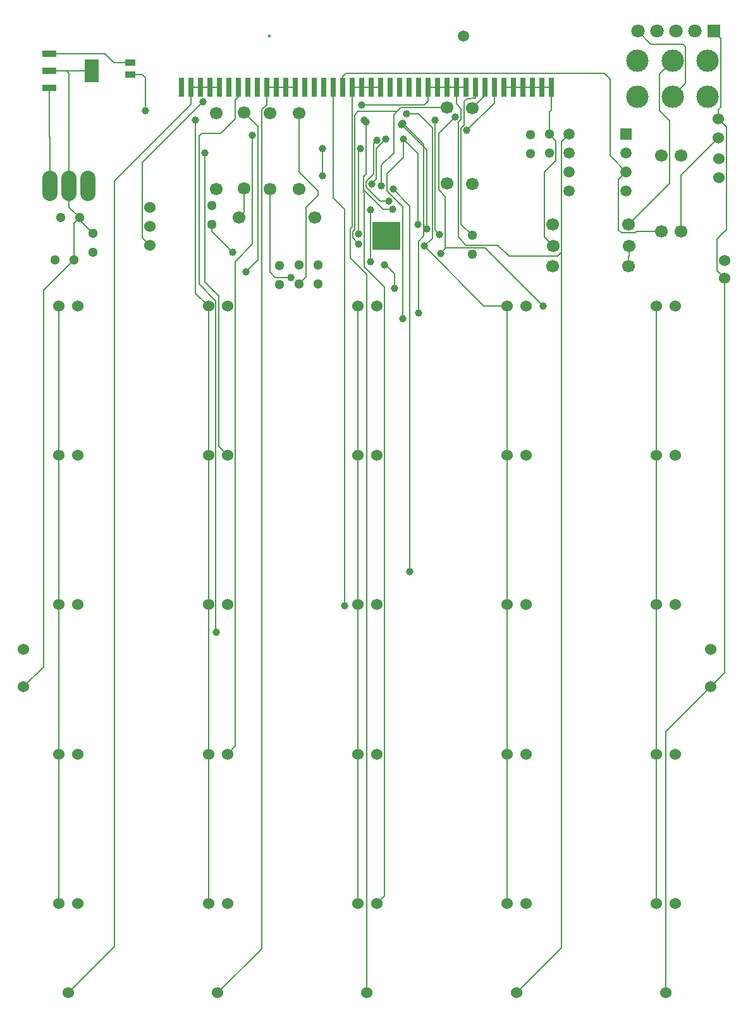
<source format=gtl>
G04 Layer_Physical_Order=1*
G04 Layer_Color=25308*
%FSLAX25Y25*%
%MOIN*%
G70*
G01*
G75*
%ADD10R,0.03150X0.09843*%
%ADD11R,0.07677X0.03543*%
%ADD12R,0.07677X0.12402*%
%ADD13R,0.05315X0.03347*%
%ADD14C,0.00787*%
%ADD15R,0.14961X0.14961*%
%ADD16C,0.06000*%
%ADD17C,0.05118*%
%ADD18C,0.06693*%
%ADD19C,0.11811*%
%ADD20O,0.08000X0.16000*%
%ADD21C,0.05906*%
%ADD22R,0.05906X0.05906*%
%ADD23C,0.01500*%
%ADD24R,0.07087X0.07087*%
%ADD25C,0.07087*%
%ADD26C,0.03937*%
%ADD27C,0.01181*%
D10*
X617992Y651929D02*
D03*
X622992D02*
D03*
X627992D02*
D03*
X637992D02*
D03*
X632992D02*
D03*
X607992D02*
D03*
X612992D02*
D03*
X602992D02*
D03*
X597992D02*
D03*
X592992D02*
D03*
X667992D02*
D03*
X672992D02*
D03*
X677992D02*
D03*
X687992D02*
D03*
X682992D02*
D03*
X657992D02*
D03*
X662992D02*
D03*
X652992D02*
D03*
X647992D02*
D03*
X642992D02*
D03*
X717992D02*
D03*
X722992D02*
D03*
X727992D02*
D03*
X737992D02*
D03*
X732992D02*
D03*
X707992D02*
D03*
X712992D02*
D03*
X702992D02*
D03*
X697992D02*
D03*
X692992D02*
D03*
X742992D02*
D03*
X747992D02*
D03*
X752992D02*
D03*
X762992D02*
D03*
X757992D02*
D03*
X782992D02*
D03*
X787992D02*
D03*
X777992D02*
D03*
X772992D02*
D03*
X767992D02*
D03*
D11*
X523524Y669685D02*
D03*
Y660630D02*
D03*
Y651575D02*
D03*
D12*
X545768Y660630D02*
D03*
D13*
X566142Y665059D02*
D03*
Y658563D02*
D03*
D14*
X574000Y639531D02*
Y657063D01*
X572500Y658563D02*
X574000Y657063D01*
X566142Y658563D02*
X572500D01*
X705433Y545866D02*
Y553662D01*
X700748Y558347D02*
X705433Y553662D01*
X655118Y548268D02*
X658700Y551849D01*
Y588500D01*
X665000Y594800D01*
Y597300D01*
X655148Y607152D02*
X665000Y597300D01*
X655148Y607152D02*
Y638367D01*
X747992Y646100D02*
Y651929D01*
X743750Y646000D02*
X747992Y646100D01*
X742200Y644450D02*
X743750Y646000D01*
X742200Y632000D02*
Y644450D01*
X740547Y630347D02*
X742200Y632000D01*
X740547Y579689D02*
Y630347D01*
Y579689D02*
X746457Y573780D01*
X532500Y660630D02*
X545768D01*
X523524D02*
X532500D01*
X848425Y312205D02*
X872047Y335827D01*
X848425Y174410D02*
Y312205D01*
X875500Y555209D02*
X879528Y551181D01*
X875500Y555209D02*
Y571900D01*
X880400Y576800D01*
Y630781D01*
X875984Y635197D02*
X880400Y630781D01*
X626008Y585772D02*
Y598643D01*
X623307Y583071D02*
X626008Y585772D01*
X539370Y581890D02*
Y583071D01*
Y581890D02*
X546457Y574803D01*
X533858Y588583D02*
Y599882D01*
Y588583D02*
X539370Y583071D01*
X609055Y576045D02*
X620200Y564900D01*
X609055Y576045D02*
Y579528D01*
X536614Y580315D02*
X539370Y583071D01*
X536614Y561024D02*
Y580315D01*
X532500Y660630D02*
X533858Y659271D01*
Y599882D02*
Y659271D01*
X520400Y544809D02*
X536614Y561024D01*
X520400Y346385D02*
Y544809D01*
X509842Y335827D02*
X520400Y346385D01*
X875984Y635197D02*
Y640000D01*
X877400Y641416D01*
Y677718D01*
X873622Y681496D02*
X877400Y677718D01*
X872047Y335827D02*
X879528Y343307D01*
Y551181D01*
X784300Y572988D02*
X788974Y568314D01*
X784300Y572988D02*
Y607100D01*
X790600Y613400D01*
Y623573D01*
X787008Y627165D02*
X790600Y623573D01*
X787992Y639984D02*
Y651929D01*
X787008Y639000D02*
X787992Y639984D01*
X787008Y627165D02*
Y639000D01*
X782992Y651929D02*
X787992D01*
X762992D02*
X767992D01*
X772992D01*
X777992D02*
X782992D01*
X772992D02*
X777992D01*
X793600Y565000D02*
Y623206D01*
Y198325D02*
Y565000D01*
X769685Y174410D02*
X793600Y198325D01*
X722992Y644442D02*
Y651929D01*
X721250Y642700D02*
X722992Y644442D01*
X688100Y642700D02*
X721250D01*
X572500Y612300D02*
X604600Y644400D01*
X572500Y572577D02*
Y612300D01*
Y572577D02*
X576491Y568585D01*
X793600Y623206D02*
X797598Y627205D01*
X791400Y562800D02*
X793600Y565000D01*
X765700Y562800D02*
X791400D01*
X759799Y568701D02*
X765700Y562800D01*
X743252Y568701D02*
X759799D01*
X739169Y572784D02*
X743252Y568701D01*
X739169Y572784D02*
Y633431D01*
X740523Y634784D01*
Y640583D01*
X737992Y643113D02*
X740523Y640583D01*
X737992Y643113D02*
Y651929D01*
X742992D01*
X732992D02*
X737992D01*
X727992D02*
X732992D01*
X722992D02*
X727992D01*
X523524Y625835D02*
Y651575D01*
Y625835D02*
X523858Y625500D01*
Y599882D02*
Y625500D01*
X851969Y646850D02*
X858900Y653782D01*
Y673300D01*
X857500Y674700D02*
X858900Y673300D01*
X840418Y674700D02*
X857500D01*
X833622Y681496D02*
X840418Y674700D01*
X828661Y579528D02*
X850400Y601266D01*
Y634300D01*
X845000Y639700D02*
X850400Y634300D01*
X845000Y639700D02*
Y658779D01*
X851969Y665748D01*
X533464Y174410D02*
X557900Y198845D01*
Y602700D01*
X597992Y642792D01*
Y651929D01*
X607992D02*
X612992D01*
X602992D02*
X607992D01*
X597992D02*
X602992D01*
X637992Y642700D02*
Y651929D01*
X635400Y640108D02*
X637992Y642700D01*
X635400Y197605D02*
Y640108D01*
X612205Y174410D02*
X635400Y197605D01*
X647992Y651929D02*
X652992D01*
X642992D02*
X647992D01*
X637992D02*
X642992D01*
X690945Y174410D02*
Y179855D01*
X690900Y179900D02*
X690945Y179855D01*
X690900Y179900D02*
Y553100D01*
X681969Y562031D02*
X690900Y553100D01*
X681969Y562031D02*
Y577290D01*
X682992Y578313D01*
Y651929D01*
X692992D02*
X697992D01*
X687992D02*
X692992D01*
X682992D02*
X687992D01*
X709700Y529900D02*
Y589056D01*
X701453Y597303D02*
X709700Y589056D01*
X701453Y597303D02*
Y606253D01*
X710100Y614900D01*
Y624626D01*
X717800Y579500D02*
Y616926D01*
X710100Y624626D02*
X717800Y616926D01*
X528543Y457874D02*
Y536614D01*
Y221654D02*
Y457874D01*
X726700Y576600D02*
X729200Y574100D01*
X726700Y576600D02*
Y634600D01*
X600600Y543298D02*
Y634500D01*
Y543298D02*
X607283Y536614D01*
Y457874D02*
Y536614D01*
Y379134D02*
Y457874D01*
Y221654D02*
Y300394D01*
Y379134D01*
X720800Y620550D02*
X722300Y619050D01*
X709000Y632350D02*
X720800Y620550D01*
X709625Y632975D02*
X720800Y621800D01*
Y620550D02*
Y621800D01*
Y573500D02*
Y620550D01*
X722300Y577100D02*
Y619050D01*
X718000Y570700D02*
X720800Y573500D01*
X718000Y533000D02*
Y570700D01*
X686024Y497200D02*
Y536614D01*
X686023Y497200D02*
X686024Y497200D01*
X686023Y457874D02*
Y497200D01*
X686024Y221654D02*
Y300394D01*
X686023Y379134D02*
Y457874D01*
Y339700D02*
Y379134D01*
Y339700D02*
X686024Y339700D01*
Y300394D02*
Y339700D01*
X721000Y568100D02*
X725300Y572400D01*
Y630700D01*
X718000Y638000D02*
X725300Y630700D01*
X711800Y638000D02*
X718000D01*
X752486Y536614D02*
X764764D01*
X721000Y568100D02*
X752486Y536614D01*
X764764Y497200D02*
Y536614D01*
X764764Y497200D02*
X764764Y497200D01*
X764764Y457874D02*
Y497200D01*
Y221654D02*
Y300394D01*
Y379134D02*
Y457874D01*
Y300394D02*
Y379134D01*
X732200Y567323D02*
Y594400D01*
Y566800D02*
Y567323D01*
X728827Y627527D02*
X737500Y636200D01*
X728827Y597773D02*
Y627527D01*
Y597773D02*
X732200Y594400D01*
X729700Y564300D02*
X732200Y566800D01*
Y567323D02*
X753177D01*
X783886Y536614D01*
X843504Y261000D02*
Y300394D01*
X843504Y261000D02*
X843504Y261000D01*
X843504Y221654D02*
Y261000D01*
X843504Y300394D02*
Y379134D01*
Y457874D01*
X843504Y497200D02*
Y536614D01*
Y497200D02*
X843504Y497200D01*
Y457874D02*
Y497200D01*
X557541Y665059D02*
X566142D01*
X552915Y669685D02*
X557541Y665059D01*
X523524Y669685D02*
X552915D01*
X856299Y576063D02*
Y605512D01*
X875984Y625197D01*
X828974Y563012D02*
Y568314D01*
X828661Y562700D02*
X828974Y563012D01*
X828661Y557480D02*
Y562700D01*
X692700Y560000D02*
Y587400D01*
X639794Y554406D02*
Y598367D01*
Y554406D02*
X642550Y551650D01*
X650626D01*
X627200Y554600D02*
X633400Y560800D01*
Y631251D01*
X626008Y638643D02*
X633400Y631251D01*
X819000Y615803D02*
X827598Y607205D01*
X819000Y615803D02*
Y656400D01*
X816266Y659134D02*
X819000Y656400D01*
X679627Y659134D02*
X816266D01*
X677992Y657500D02*
X679627Y659134D01*
X677992Y651929D02*
Y657500D01*
X823600Y603206D02*
X827598Y607205D01*
X823600Y576500D02*
Y603206D01*
Y576500D02*
X825000Y575100D01*
X832000D01*
X832963Y576063D01*
X846063D01*
X667300Y605100D02*
Y619600D01*
X605500Y549139D02*
Y617200D01*
Y549139D02*
X612646Y541993D01*
Y462512D02*
Y541993D01*
Y462512D02*
X617283Y457874D01*
X693400Y601000D02*
X695900Y603500D01*
Y619626D01*
X700900Y624626D01*
X704700Y598250D02*
X713597Y589353D01*
Y396708D02*
Y589353D01*
X617283Y300394D02*
X621300Y304410D01*
Y560040D01*
X630400Y569140D01*
Y626500D01*
X697800Y592000D02*
X702300D01*
X690447Y599353D02*
X697800Y592000D01*
X690447Y599353D02*
Y602247D01*
X694500Y606300D01*
Y622500D01*
X696000Y624000D01*
X689069Y604669D02*
X690600Y606200D01*
X689000Y604600D02*
X689069Y604669D01*
Y604800D01*
Y598031D02*
Y604669D01*
Y596669D02*
Y598031D01*
X699400Y587700D01*
X689000Y598100D02*
X689069Y598031D01*
X699400Y587700D02*
X704600D01*
X689000Y598100D02*
Y604600D01*
X690600Y606200D02*
Y633626D01*
X696024Y221654D02*
X700100Y225730D01*
Y546630D01*
X689600Y557130D02*
X700100Y546630D01*
X689600Y557130D02*
Y596138D01*
X689069Y596669D02*
X689600Y596138D01*
X689069Y604800D02*
X690503Y606234D01*
Y633597D01*
X689600Y634500D02*
X690503Y633597D01*
X686300Y574450D02*
Y618450D01*
X687550Y619700D01*
X752992Y647464D02*
Y651929D01*
X746539Y641010D02*
X752992Y647464D01*
X706781Y639100D02*
X708800Y641119D01*
X705000Y637319D02*
X706781Y639100D01*
X698500Y599900D02*
Y610800D01*
X705000Y617300D01*
Y637319D01*
X683347Y572453D02*
X686600Y569200D01*
X683347Y572453D02*
Y575847D01*
X684400Y576900D01*
Y637300D01*
X686200Y639100D01*
X706781D01*
X708800Y641119D02*
X733158D01*
X757992Y643592D02*
Y651929D01*
X743500Y629100D02*
X757992Y643592D01*
X622992Y646992D02*
Y651929D01*
X621400Y645400D02*
X622992Y646992D01*
X621400Y635200D02*
Y645400D01*
X613650Y627450D02*
X621400Y635200D01*
X603750Y627450D02*
X613650D01*
X602500Y626200D02*
X603750Y627450D01*
X602500Y548099D02*
Y626200D01*
Y548099D02*
X611268Y539331D01*
Y364532D02*
Y539331D01*
Y364532D02*
X611300Y364500D01*
X672992Y593608D02*
Y651929D01*
Y593608D02*
X679000Y587600D01*
Y378500D02*
Y587600D01*
D15*
X701181Y573622D02*
D03*
D16*
X509842Y335827D02*
D03*
X848425Y174410D02*
D03*
X872047Y335827D02*
D03*
X879528Y551181D02*
D03*
X769685Y174410D02*
D03*
X879528Y560630D02*
D03*
X533464Y174410D02*
D03*
X612205D02*
D03*
X690945D02*
D03*
X509842Y355512D02*
D03*
X872047D02*
D03*
X876378Y604173D02*
D03*
Y614173D02*
D03*
X538543Y221654D02*
D03*
X528543D02*
D03*
X617283D02*
D03*
X607283D02*
D03*
X696024D02*
D03*
X686024D02*
D03*
X774764D02*
D03*
X764764D02*
D03*
X853504D02*
D03*
X843504D02*
D03*
X538543Y300394D02*
D03*
X528543D02*
D03*
X617283D02*
D03*
X607283D02*
D03*
X696024D02*
D03*
X686024D02*
D03*
X774764D02*
D03*
X764764D02*
D03*
X853504D02*
D03*
X843504D02*
D03*
X538543Y379134D02*
D03*
X528543D02*
D03*
X617283D02*
D03*
X607283D02*
D03*
X696023D02*
D03*
X686023D02*
D03*
X774764D02*
D03*
X764764D02*
D03*
X853504D02*
D03*
X843504D02*
D03*
X538543Y457874D02*
D03*
X528543D02*
D03*
X617283D02*
D03*
X607283D02*
D03*
X696023D02*
D03*
X686023D02*
D03*
X774764D02*
D03*
X764764D02*
D03*
X853504D02*
D03*
X843504D02*
D03*
X875984Y635197D02*
D03*
Y625197D02*
D03*
X576491Y568585D02*
D03*
Y578585D02*
D03*
Y588585D02*
D03*
X538543Y536614D02*
D03*
X528543D02*
D03*
X617283Y536614D02*
D03*
X607283D02*
D03*
X696024D02*
D03*
X686024D02*
D03*
X774764Y536614D02*
D03*
X764764D02*
D03*
X853504D02*
D03*
X843504D02*
D03*
D17*
X526614Y561024D02*
D03*
X536614D02*
D03*
X746457Y573780D02*
D03*
Y563780D02*
D03*
X655118Y548268D02*
D03*
Y558268D02*
D03*
X529370Y583071D02*
D03*
X539370D02*
D03*
X546457Y564803D02*
D03*
Y574803D02*
D03*
X609055Y589528D02*
D03*
Y579528D02*
D03*
X787008Y617165D02*
D03*
Y627165D02*
D03*
X777165Y616772D02*
D03*
Y626772D02*
D03*
X664961Y548268D02*
D03*
Y558268D02*
D03*
X644882Y547874D02*
D03*
Y557874D02*
D03*
D18*
X626008Y638643D02*
D03*
Y598643D02*
D03*
X611441Y638250D02*
D03*
Y598250D02*
D03*
X655148Y598367D02*
D03*
Y638367D02*
D03*
X639794Y598367D02*
D03*
Y638367D02*
D03*
X746539Y601010D02*
D03*
Y641010D02*
D03*
X623307Y583071D02*
D03*
X663307D02*
D03*
X846063Y576063D02*
D03*
Y616063D02*
D03*
X828661Y557480D02*
D03*
X788661D02*
D03*
X733158Y601119D02*
D03*
Y641119D02*
D03*
X828974Y568314D02*
D03*
X788974D02*
D03*
X856299Y576063D02*
D03*
Y616063D02*
D03*
X788661Y579528D02*
D03*
X828661D02*
D03*
D19*
X833465Y646850D02*
D03*
X851969D02*
D03*
X870473D02*
D03*
Y665748D02*
D03*
X851969D02*
D03*
X833465D02*
D03*
D20*
X543858Y599882D02*
D03*
X533858D02*
D03*
X523858D02*
D03*
D21*
X797598Y597205D02*
D03*
Y607205D02*
D03*
Y617205D02*
D03*
Y627205D02*
D03*
X827598Y597205D02*
D03*
Y607205D02*
D03*
Y617205D02*
D03*
X741732Y678740D02*
D03*
D22*
X827598Y627205D02*
D03*
D23*
X639370Y678740D02*
D03*
D24*
X873622Y681496D02*
D03*
D25*
X863622D02*
D03*
X853622D02*
D03*
X843622D02*
D03*
X833622D02*
D03*
D26*
X574000Y639531D02*
D03*
X705433Y545866D02*
D03*
X700197Y558347D02*
D03*
X620200Y564900D02*
D03*
X688100Y642700D02*
D03*
X604600Y644400D02*
D03*
X709700Y529900D02*
D03*
X710100Y624626D02*
D03*
X717800Y579500D02*
D03*
X729200Y574100D02*
D03*
X726700Y634600D02*
D03*
X600600Y634500D02*
D03*
X722300Y577100D02*
D03*
X709000Y632350D02*
D03*
X709625Y632975D02*
D03*
X718000Y533000D02*
D03*
X721000Y568100D02*
D03*
X711800Y638000D02*
D03*
X737500Y636200D02*
D03*
X729700Y564300D02*
D03*
X783886Y536614D02*
D03*
X692700Y560000D02*
D03*
Y587400D02*
D03*
X650626Y551650D02*
D03*
X627200Y554600D02*
D03*
X667300Y605100D02*
D03*
Y619600D02*
D03*
X605500Y617200D02*
D03*
X693400Y601000D02*
D03*
X700900Y624626D02*
D03*
X704700Y598250D02*
D03*
X713597Y396708D02*
D03*
X630400Y626500D02*
D03*
X702300Y592000D02*
D03*
X696000Y624000D02*
D03*
X704600Y587700D02*
D03*
X690600Y633626D02*
D03*
X689600Y634500D02*
D03*
X686300Y574450D02*
D03*
X687550Y619700D02*
D03*
X698500Y599900D02*
D03*
X686600Y569200D02*
D03*
X743500Y629100D02*
D03*
X611300Y364500D02*
D03*
X679000Y378500D02*
D03*
D27*
X705118Y569685D02*
D03*
X701181D02*
D03*
X697244D02*
D03*
Y577559D02*
D03*
X701181D02*
D03*
X705118D02*
D03*
Y573622D02*
D03*
X701181D02*
D03*
X697244D02*
D03*
X695275Y575590D02*
D03*
X699212D02*
D03*
X707086D02*
D03*
X703149D02*
D03*
Y579527D02*
D03*
X707086D02*
D03*
X699212D02*
D03*
X695275D02*
D03*
Y571653D02*
D03*
X699212D02*
D03*
X707086D02*
D03*
X703149D02*
D03*
Y567716D02*
D03*
X707086D02*
D03*
X699212D02*
D03*
X695275D02*
D03*
M02*

</source>
